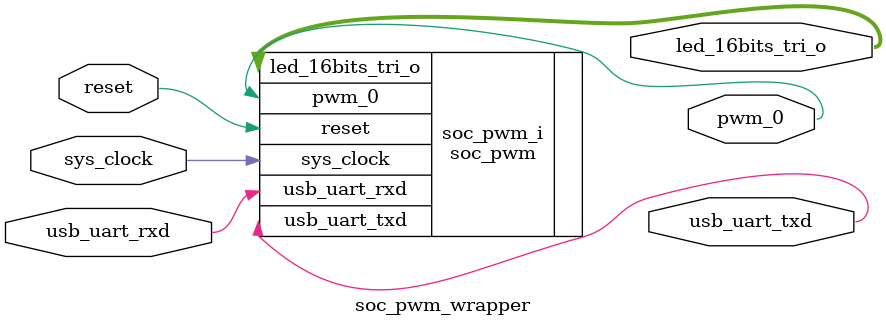
<source format=v>
`timescale 1 ps / 1 ps

module soc_pwm_wrapper
   (led_16bits_tri_o,
    pwm_0,
    reset,
    sys_clock,
    usb_uart_rxd,
    usb_uart_txd);
  output [15:0]led_16bits_tri_o;
  output pwm_0;
  input reset;
  input sys_clock;
  input usb_uart_rxd;
  output usb_uart_txd;

  wire [15:0]led_16bits_tri_o;
  wire pwm_0;
  wire reset;
  wire sys_clock;
  wire usb_uart_rxd;
  wire usb_uart_txd;

  soc_pwm soc_pwm_i
       (.led_16bits_tri_o(led_16bits_tri_o),
        .pwm_0(pwm_0),
        .reset(reset),
        .sys_clock(sys_clock),
        .usb_uart_rxd(usb_uart_rxd),
        .usb_uart_txd(usb_uart_txd));
endmodule

</source>
